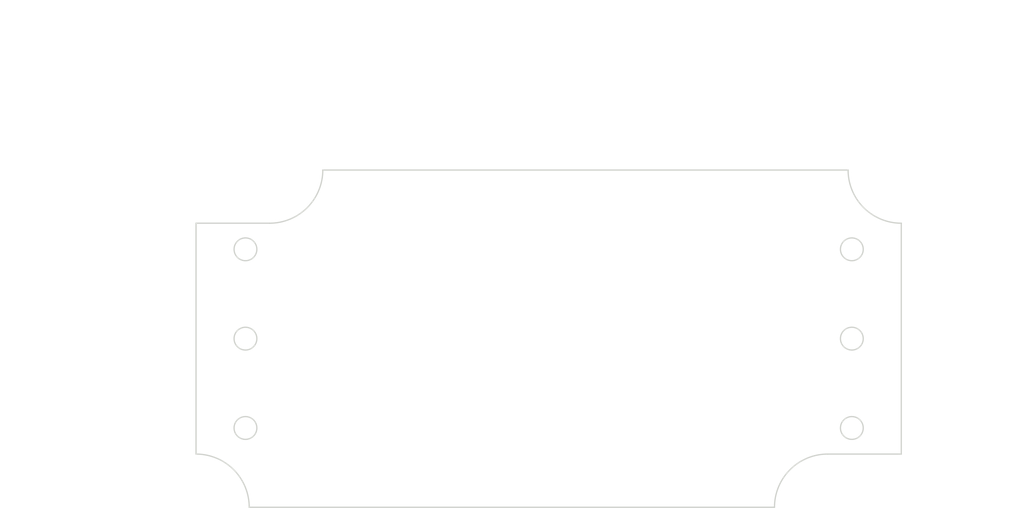
<source format=kicad_pcb>
(kicad_pcb (version 20171130) (host pcbnew "(5.1.0)-1")

  (general
    (thickness 1.6)
    (drawings 80)
    (tracks 0)
    (zones 0)
    (modules 0)
    (nets 1)
  )

  (page A4)
  (layers
    (0 F.Cu signal)
    (31 B.Cu signal)
    (32 B.Adhes user)
    (33 F.Adhes user)
    (34 B.Paste user)
    (35 F.Paste user)
    (36 B.SilkS user)
    (37 F.SilkS user)
    (38 B.Mask user)
    (39 F.Mask user)
    (40 Dwgs.User user)
    (41 Cmts.User user)
    (42 Eco1.User user)
    (43 Eco2.User user)
    (44 Edge.Cuts user)
    (45 Margin user)
    (46 B.CrtYd user)
    (47 F.CrtYd user)
    (48 B.Fab user)
    (49 F.Fab user)
  )

  (setup
    (last_trace_width 0.25)
    (trace_clearance 0.2)
    (zone_clearance 0.508)
    (zone_45_only no)
    (trace_min 0.2)
    (via_size 0.8)
    (via_drill 0.4)
    (via_min_size 0.4)
    (via_min_drill 0.3)
    (uvia_size 0.3)
    (uvia_drill 0.1)
    (uvias_allowed no)
    (uvia_min_size 0.2)
    (uvia_min_drill 0.1)
    (edge_width 0.05)
    (segment_width 0.2)
    (pcb_text_width 0.3)
    (pcb_text_size 1.5 1.5)
    (mod_edge_width 0.12)
    (mod_text_size 1 1)
    (mod_text_width 0.15)
    (pad_size 1.524 1.524)
    (pad_drill 0.762)
    (pad_to_mask_clearance 0.051)
    (solder_mask_min_width 0.25)
    (aux_axis_origin 0 0)
    (visible_elements FFFFFF7F)
    (pcbplotparams
      (layerselection 0x010fc_ffffffff)
      (usegerberextensions false)
      (usegerberattributes false)
      (usegerberadvancedattributes false)
      (creategerberjobfile false)
      (excludeedgelayer true)
      (linewidth 0.152400)
      (plotframeref false)
      (viasonmask false)
      (mode 1)
      (useauxorigin false)
      (hpglpennumber 1)
      (hpglpenspeed 20)
      (hpglpendiameter 15.000000)
      (psnegative false)
      (psa4output false)
      (plotreference true)
      (plotvalue true)
      (plotinvisibletext false)
      (padsonsilk false)
      (subtractmaskfromsilk false)
      (outputformat 1)
      (mirror false)
      (drillshape 1)
      (scaleselection 1)
      (outputdirectory ""))
  )

  (net 0 "")

  (net_class Default "This is the default net class."
    (clearance 0.2)
    (trace_width 0.25)
    (via_dia 0.8)
    (via_drill 0.4)
    (uvia_dia 0.3)
    (uvia_drill 0.1)
  )

  (gr_line (start 209.337251 84.174314) (end 209.337251 120.343914) (layer Edge.Cuts) (width 0.2))
  (gr_line (start 189.474451 128.675114) (end 107.178451 128.675114) (layer Edge.Cuts) (width 0.2))
  (gr_line (start 98.847251 120.343914) (end 98.847251 84.174314) (layer Edge.Cuts) (width 0.2))
  (gr_line (start 118.710051 75.843114) (end 201.006051 75.843114) (layer Edge.Cuts) (width 0.2))
  (gr_arc (start 98.847251 128.675114) (end 107.178451 128.675114) (angle -90) (layer Edge.Cuts) (width 0.2))
  (gr_circle (center 201.592251 116.254514) (end 203.378188 116.254514) (layer Edge.Cuts) (width 0.2))
  (gr_circle (center 201.592251 88.263714) (end 203.378188 88.263714) (layer Edge.Cuts) (width 0.2))
  (gr_circle (center 106.592251 88.263714) (end 108.378188 88.263714) (layer Edge.Cuts) (width 0.2))
  (gr_line (start 197.805651 120.343914) (end 209.337251 120.343914) (layer Edge.Cuts) (width 0.2))
  (gr_arc (start 197.805651 128.675114) (end 197.805651 120.343914) (angle -90) (layer Edge.Cuts) (width 0.2))
  (gr_line (start 110.378851 84.174314) (end 98.847251 84.174314) (layer Edge.Cuts) (width 0.2))
  (gr_arc (start 110.378851 75.843114) (end 110.378851 84.174314) (angle -90) (layer Edge.Cuts) (width 0.2))
  (gr_circle (center 106.592251 102.259114) (end 108.378188 102.259114) (layer Edge.Cuts) (width 0.2))
  (gr_circle (center 106.592251 116.254514) (end 108.378188 116.254514) (layer Edge.Cuts) (width 0.2))
  (gr_circle (center 201.592251 102.259114) (end 203.378188 102.259114) (layer Edge.Cuts) (width 0.2))
  (gr_arc (start 209.337251 75.843114) (end 201.006051 75.843114) (angle -90) (layer Edge.Cuts) (width 0.2))
  (gr_line (start 201.592251 102.349114) (end 201.592251 102.169114) (layer Dwgs.User) (width 0.2))
  (gr_line (start 201.502251 102.259114) (end 201.682251 102.259114) (layer Dwgs.User) (width 0.2))
  (gr_text " ∅3.57\n[∅0.14]" (at 222.931967 109.936179) (layer Dwgs.User)
    (effects (font (size 2 1.8) (thickness 0.25)))
  )
  (gr_line (start 215.73565 109.936179) (end 204.919612 104.065212) (layer Dwgs.User) (width 0.2))
  (gr_line (start 217.73565 109.936179) (end 215.73565 109.936179) (layer Dwgs.User) (width 0.2))
  (gr_text [.16] (at 129.088093 98.094456) (layer Dwgs.User)
    (effects (font (size 2 1.8) (thickness 0.25)))
  )
  (gr_text " 4.09" (at 129.088093 94.191591) (layer Dwgs.User)
    (effects (font (size 2 1.8) (thickness 0.25)))
  )
  (gr_line (start 134.933796 96.012737) (end 132.933796 96.012737) (layer Dwgs.User) (width 0.2))
  (gr_line (start 134.933796 90.263714) (end 134.933796 96.012737) (layer Dwgs.User) (width 0.2))
  (gr_line (start 134.933796 82.174314) (end 134.933796 80.174314) (layer Dwgs.User) (width 0.2))
  (gr_line (start 107.592251 88.263714) (end 138.108796 88.263714) (layer Dwgs.User) (width 0.2))
  (gr_line (start 111.378851 84.174314) (end 138.108796 84.174314) (layer Dwgs.User) (width 0.2))
  (gr_text [R0.33] (at 119.240041 123.470517) (layer Dwgs.User)
    (effects (font (size 2 1.8) (thickness 0.25)))
  )
  (gr_text " R8.33" (at 119.240041 119.56697) (layer Dwgs.User)
    (effects (font (size 2 1.8) (thickness 0.25)))
  )
  (gr_line (start 112.121487 121.388798) (end 107.903791 123.703919) (layer Dwgs.User) (width 0.2))
  (gr_line (start 114.121487 121.388798) (end 112.121487 121.388798) (layer Dwgs.User) (width 0.2))
  (gr_text [.30] (at 91.308452 92.944442) (layer Dwgs.User)
    (effects (font (size 2 1.8) (thickness 0.25)))
  )
  (gr_text " 7.75" (at 91.308452 89.04567) (layer Dwgs.User)
    (effects (font (size 2 1.8) (thickness 0.25)))
  )
  (gr_line (start 98.847251 90.862723) (end 95.159611 90.862723) (layer Dwgs.User) (width 0.2))
  (gr_line (start 104.592251 90.862723) (end 100.847251 90.862723) (layer Dwgs.User) (width 0.2))
  (gr_line (start 106.592251 89.263714) (end 106.592251 94.037723) (layer Dwgs.User) (width 0.2))
  (gr_text [.55] (at 116.592251 97.33904) (layer Dwgs.User)
    (effects (font (size 2 1.8) (thickness 0.25)))
  )
  (gr_text " 14.00" (at 116.592251 93.440268) (layer Dwgs.User)
    (effects (font (size 2 1.8) (thickness 0.25)))
  )
  (gr_line (start 116.592251 100.259114) (end 116.592251 99.160186) (layer Dwgs.User) (width 0.2))
  (gr_line (start 116.592251 90.263714) (end 116.592251 91.362642) (layer Dwgs.User) (width 0.2))
  (gr_line (start 107.592251 102.259114) (end 119.767251 102.259114) (layer Dwgs.User) (width 0.2))
  (gr_line (start 107.592251 88.263714) (end 119.767251 88.263714) (layer Dwgs.User) (width 0.2))
  (gr_text [4.35] (at 153.023137 54.717099) (layer Dwgs.User)
    (effects (font (size 2 1.8) (thickness 0.25)))
  )
  (gr_text " 110.49" (at 153.023137 50.814234) (layer Dwgs.User)
    (effects (font (size 2 1.8) (thickness 0.25)))
  )
  (gr_line (start 207.337251 52.63538) (end 158.422728 52.63538) (layer Dwgs.User) (width 0.2))
  (gr_line (start 100.847251 52.63538) (end 147.623547 52.63538) (layer Dwgs.User) (width 0.2))
  (gr_line (start 209.337251 83.174314) (end 209.337251 49.46038) (layer Dwgs.User) (width 0.2))
  (gr_line (start 98.847251 83.174314) (end 98.847251 49.46038) (layer Dwgs.User) (width 0.2))
  (gr_text [.78] (at 108.093677 61.746878) (layer Dwgs.User)
    (effects (font (size 2 1.8) (thickness 0.25)))
  )
  (gr_text " 19.86" (at 108.093677 57.844013) (layer Dwgs.User)
    (effects (font (size 2 1.8) (thickness 0.25)))
  )
  (gr_line (start 100.847251 59.665159) (end 103.473759 59.665159) (layer Dwgs.User) (width 0.2))
  (gr_line (start 116.710051 59.665159) (end 112.713596 59.665159) (layer Dwgs.User) (width 0.2))
  (gr_line (start 98.847251 83.174314) (end 98.847251 56.490159) (layer Dwgs.User) (width 0.2))
  (gr_line (start 118.710051 74.843114) (end 118.710051 56.490159) (layer Dwgs.User) (width 0.2))
  (gr_text [3.24] (at 141.103077 61.746878) (layer Dwgs.User)
    (effects (font (size 2 1.8) (thickness 0.25)))
  )
  (gr_text " 82.30" (at 141.103077 57.843331) (layer Dwgs.User)
    (effects (font (size 2 1.8) (thickness 0.25)))
  )
  (gr_line (start 199.006051 59.665159) (end 145.720266 59.665159) (layer Dwgs.User) (width 0.2))
  (gr_line (start 120.710051 59.665159) (end 136.485887 59.665159) (layer Dwgs.User) (width 0.2))
  (gr_line (start 201.006051 74.843114) (end 201.006051 56.490159) (layer Dwgs.User) (width 0.2))
  (gr_line (start 118.710051 74.843114) (end 118.710051 56.490159) (layer Dwgs.User) (width 0.2))
  (gr_text [2.08] (at 72.87432 103.730682) (layer Dwgs.User)
    (effects (font (size 2 1.8) (thickness 0.25)))
  )
  (gr_text " 52.83" (at 72.87432 99.827135) (layer Dwgs.User)
    (effects (font (size 2 1.8) (thickness 0.25)))
  )
  (gr_line (start 72.87432 126.675114) (end 72.87432 105.552511) (layer Dwgs.User) (width 0.2))
  (gr_line (start 72.87432 77.843114) (end 72.87432 97.745416) (layer Dwgs.User) (width 0.2))
  (gr_line (start 106.178451 128.675114) (end 69.69932 128.675114) (layer Dwgs.User) (width 0.2))
  (gr_line (start 117.710051 75.843114) (end 69.69932 75.843114) (layer Dwgs.User) (width 0.2))
  (gr_text [.33] (at 81.915539 68.547268) (layer Dwgs.User)
    (effects (font (size 2 1.8) (thickness 0.25)))
  )
  (gr_text " 8.33" (at 81.915539 64.643721) (layer Dwgs.User)
    (effects (font (size 2 1.8) (thickness 0.25)))
  )
  (gr_line (start 76.071883 66.465549) (end 78.071883 66.465549) (layer Dwgs.User) (width 0.2))
  (gr_line (start 76.071883 75.843114) (end 76.071883 66.465549) (layer Dwgs.User) (width 0.2))
  (gr_line (start 76.071883 82.174314) (end 76.071883 77.843114) (layer Dwgs.User) (width 0.2))
  (gr_line (start 117.710051 75.843114) (end 72.896883 75.843114) (layer Dwgs.User) (width 0.2))
  (gr_line (start 97.847251 84.174314) (end 72.896883 84.174314) (layer Dwgs.User) (width 0.2))
  (gr_text [1.42] (at 81.915539 113.804026) (layer Dwgs.User)
    (effects (font (size 2 1.8) (thickness 0.25)))
  )
  (gr_text " 36.17" (at 81.915539 109.900479) (layer Dwgs.User)
    (effects (font (size 2 1.8) (thickness 0.25)))
  )
  (gr_line (start 81.915539 86.174314) (end 81.915539 107.81876) (layer Dwgs.User) (width 0.2))
  (gr_line (start 81.915539 118.343914) (end 81.915539 115.625854) (layer Dwgs.User) (width 0.2))
  (gr_line (start 97.847251 84.174314) (end 78.740539 84.174314) (layer Dwgs.User) (width 0.2))
  (gr_line (start 97.847251 120.343914) (end 78.740539 120.343914) (layer Dwgs.User) (width 0.2))

)

</source>
